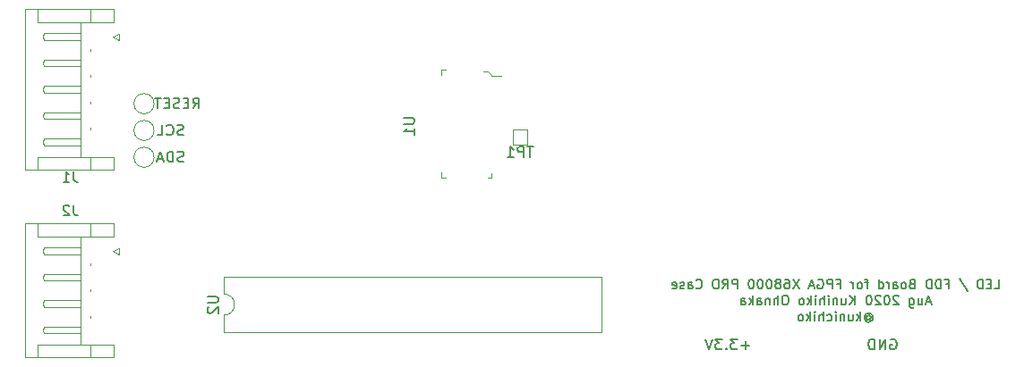
<source format=gbo>
G04 #@! TF.GenerationSoftware,KiCad,Pcbnew,(5.1.5-0-10_14)*
G04 #@! TF.CreationDate,2020-08-25T00:06:45+09:00*
G04 #@! TF.ProjectId,FPGA-X68k-ProCaseLED,46504741-2d58-4363-986b-2d50726f4361,rev?*
G04 #@! TF.SameCoordinates,Original*
G04 #@! TF.FileFunction,Legend,Bot*
G04 #@! TF.FilePolarity,Positive*
%FSLAX46Y46*%
G04 Gerber Fmt 4.6, Leading zero omitted, Abs format (unit mm)*
G04 Created by KiCad (PCBNEW (5.1.5-0-10_14)) date 2020-08-25 00:06:45*
%MOMM*%
%LPD*%
G04 APERTURE LIST*
%ADD10C,0.203200*%
%ADD11C,0.120000*%
%ADD12C,0.100000*%
%ADD13C,0.150000*%
G04 APERTURE END LIST*
D10*
X142007166Y-117865466D02*
X142430500Y-117865466D01*
X142430500Y-116976466D01*
X141710833Y-117399800D02*
X141414500Y-117399800D01*
X141287500Y-117865466D02*
X141710833Y-117865466D01*
X141710833Y-116976466D01*
X141287500Y-116976466D01*
X140906500Y-117865466D02*
X140906500Y-116976466D01*
X140694833Y-116976466D01*
X140567833Y-117018800D01*
X140483166Y-117103466D01*
X140440833Y-117188133D01*
X140398500Y-117357466D01*
X140398500Y-117484466D01*
X140440833Y-117653800D01*
X140483166Y-117738466D01*
X140567833Y-117823133D01*
X140694833Y-117865466D01*
X140906500Y-117865466D01*
X138705166Y-116934133D02*
X139467166Y-118077133D01*
X137435166Y-117399800D02*
X137731500Y-117399800D01*
X137731500Y-117865466D02*
X137731500Y-116976466D01*
X137308166Y-116976466D01*
X136969500Y-117865466D02*
X136969500Y-116976466D01*
X136757833Y-116976466D01*
X136630833Y-117018800D01*
X136546166Y-117103466D01*
X136503833Y-117188133D01*
X136461500Y-117357466D01*
X136461500Y-117484466D01*
X136503833Y-117653800D01*
X136546166Y-117738466D01*
X136630833Y-117823133D01*
X136757833Y-117865466D01*
X136969500Y-117865466D01*
X136080500Y-117865466D02*
X136080500Y-116976466D01*
X135868833Y-116976466D01*
X135741833Y-117018800D01*
X135657166Y-117103466D01*
X135614833Y-117188133D01*
X135572500Y-117357466D01*
X135572500Y-117484466D01*
X135614833Y-117653800D01*
X135657166Y-117738466D01*
X135741833Y-117823133D01*
X135868833Y-117865466D01*
X136080500Y-117865466D01*
X134217833Y-117399800D02*
X134090833Y-117442133D01*
X134048500Y-117484466D01*
X134006166Y-117569133D01*
X134006166Y-117696133D01*
X134048500Y-117780800D01*
X134090833Y-117823133D01*
X134175500Y-117865466D01*
X134514166Y-117865466D01*
X134514166Y-116976466D01*
X134217833Y-116976466D01*
X134133166Y-117018800D01*
X134090833Y-117061133D01*
X134048500Y-117145800D01*
X134048500Y-117230466D01*
X134090833Y-117315133D01*
X134133166Y-117357466D01*
X134217833Y-117399800D01*
X134514166Y-117399800D01*
X133498166Y-117865466D02*
X133582833Y-117823133D01*
X133625166Y-117780800D01*
X133667500Y-117696133D01*
X133667500Y-117442133D01*
X133625166Y-117357466D01*
X133582833Y-117315133D01*
X133498166Y-117272800D01*
X133371166Y-117272800D01*
X133286500Y-117315133D01*
X133244166Y-117357466D01*
X133201833Y-117442133D01*
X133201833Y-117696133D01*
X133244166Y-117780800D01*
X133286500Y-117823133D01*
X133371166Y-117865466D01*
X133498166Y-117865466D01*
X132439833Y-117865466D02*
X132439833Y-117399800D01*
X132482166Y-117315133D01*
X132566833Y-117272800D01*
X132736166Y-117272800D01*
X132820833Y-117315133D01*
X132439833Y-117823133D02*
X132524500Y-117865466D01*
X132736166Y-117865466D01*
X132820833Y-117823133D01*
X132863166Y-117738466D01*
X132863166Y-117653800D01*
X132820833Y-117569133D01*
X132736166Y-117526800D01*
X132524500Y-117526800D01*
X132439833Y-117484466D01*
X132016500Y-117865466D02*
X132016500Y-117272800D01*
X132016500Y-117442133D02*
X131974166Y-117357466D01*
X131931833Y-117315133D01*
X131847166Y-117272800D01*
X131762500Y-117272800D01*
X131085166Y-117865466D02*
X131085166Y-116976466D01*
X131085166Y-117823133D02*
X131169833Y-117865466D01*
X131339166Y-117865466D01*
X131423833Y-117823133D01*
X131466166Y-117780800D01*
X131508500Y-117696133D01*
X131508500Y-117442133D01*
X131466166Y-117357466D01*
X131423833Y-117315133D01*
X131339166Y-117272800D01*
X131169833Y-117272800D01*
X131085166Y-117315133D01*
X130111500Y-117272800D02*
X129772833Y-117272800D01*
X129984500Y-117865466D02*
X129984500Y-117103466D01*
X129942166Y-117018800D01*
X129857500Y-116976466D01*
X129772833Y-116976466D01*
X129349500Y-117865466D02*
X129434166Y-117823133D01*
X129476500Y-117780800D01*
X129518833Y-117696133D01*
X129518833Y-117442133D01*
X129476500Y-117357466D01*
X129434166Y-117315133D01*
X129349500Y-117272800D01*
X129222500Y-117272800D01*
X129137833Y-117315133D01*
X129095500Y-117357466D01*
X129053166Y-117442133D01*
X129053166Y-117696133D01*
X129095500Y-117780800D01*
X129137833Y-117823133D01*
X129222500Y-117865466D01*
X129349500Y-117865466D01*
X128672166Y-117865466D02*
X128672166Y-117272800D01*
X128672166Y-117442133D02*
X128629833Y-117357466D01*
X128587500Y-117315133D01*
X128502833Y-117272800D01*
X128418166Y-117272800D01*
X127148166Y-117399800D02*
X127444500Y-117399800D01*
X127444500Y-117865466D02*
X127444500Y-116976466D01*
X127021166Y-116976466D01*
X126682500Y-117865466D02*
X126682500Y-116976466D01*
X126343833Y-116976466D01*
X126259166Y-117018800D01*
X126216833Y-117061133D01*
X126174500Y-117145800D01*
X126174500Y-117272800D01*
X126216833Y-117357466D01*
X126259166Y-117399800D01*
X126343833Y-117442133D01*
X126682500Y-117442133D01*
X125327833Y-117018800D02*
X125412500Y-116976466D01*
X125539500Y-116976466D01*
X125666500Y-117018800D01*
X125751166Y-117103466D01*
X125793500Y-117188133D01*
X125835833Y-117357466D01*
X125835833Y-117484466D01*
X125793500Y-117653800D01*
X125751166Y-117738466D01*
X125666500Y-117823133D01*
X125539500Y-117865466D01*
X125454833Y-117865466D01*
X125327833Y-117823133D01*
X125285500Y-117780800D01*
X125285500Y-117484466D01*
X125454833Y-117484466D01*
X124946833Y-117611466D02*
X124523500Y-117611466D01*
X125031500Y-117865466D02*
X124735166Y-116976466D01*
X124438833Y-117865466D01*
X123549833Y-116976466D02*
X122957166Y-117865466D01*
X122957166Y-116976466D02*
X123549833Y-117865466D01*
X122237500Y-116976466D02*
X122406833Y-116976466D01*
X122491500Y-117018800D01*
X122533833Y-117061133D01*
X122618500Y-117188133D01*
X122660833Y-117357466D01*
X122660833Y-117696133D01*
X122618500Y-117780800D01*
X122576166Y-117823133D01*
X122491500Y-117865466D01*
X122322166Y-117865466D01*
X122237500Y-117823133D01*
X122195166Y-117780800D01*
X122152833Y-117696133D01*
X122152833Y-117484466D01*
X122195166Y-117399800D01*
X122237500Y-117357466D01*
X122322166Y-117315133D01*
X122491500Y-117315133D01*
X122576166Y-117357466D01*
X122618500Y-117399800D01*
X122660833Y-117484466D01*
X121644833Y-117357466D02*
X121729500Y-117315133D01*
X121771833Y-117272800D01*
X121814166Y-117188133D01*
X121814166Y-117145800D01*
X121771833Y-117061133D01*
X121729500Y-117018800D01*
X121644833Y-116976466D01*
X121475500Y-116976466D01*
X121390833Y-117018800D01*
X121348500Y-117061133D01*
X121306166Y-117145800D01*
X121306166Y-117188133D01*
X121348500Y-117272800D01*
X121390833Y-117315133D01*
X121475500Y-117357466D01*
X121644833Y-117357466D01*
X121729500Y-117399800D01*
X121771833Y-117442133D01*
X121814166Y-117526800D01*
X121814166Y-117696133D01*
X121771833Y-117780800D01*
X121729500Y-117823133D01*
X121644833Y-117865466D01*
X121475500Y-117865466D01*
X121390833Y-117823133D01*
X121348500Y-117780800D01*
X121306166Y-117696133D01*
X121306166Y-117526800D01*
X121348500Y-117442133D01*
X121390833Y-117399800D01*
X121475500Y-117357466D01*
X120755833Y-116976466D02*
X120671166Y-116976466D01*
X120586500Y-117018800D01*
X120544166Y-117061133D01*
X120501833Y-117145800D01*
X120459500Y-117315133D01*
X120459500Y-117526800D01*
X120501833Y-117696133D01*
X120544166Y-117780800D01*
X120586500Y-117823133D01*
X120671166Y-117865466D01*
X120755833Y-117865466D01*
X120840500Y-117823133D01*
X120882833Y-117780800D01*
X120925166Y-117696133D01*
X120967500Y-117526800D01*
X120967500Y-117315133D01*
X120925166Y-117145800D01*
X120882833Y-117061133D01*
X120840500Y-117018800D01*
X120755833Y-116976466D01*
X119909166Y-116976466D02*
X119824500Y-116976466D01*
X119739833Y-117018800D01*
X119697500Y-117061133D01*
X119655166Y-117145800D01*
X119612833Y-117315133D01*
X119612833Y-117526800D01*
X119655166Y-117696133D01*
X119697500Y-117780800D01*
X119739833Y-117823133D01*
X119824500Y-117865466D01*
X119909166Y-117865466D01*
X119993833Y-117823133D01*
X120036166Y-117780800D01*
X120078500Y-117696133D01*
X120120833Y-117526800D01*
X120120833Y-117315133D01*
X120078500Y-117145800D01*
X120036166Y-117061133D01*
X119993833Y-117018800D01*
X119909166Y-116976466D01*
X119062500Y-116976466D02*
X118977833Y-116976466D01*
X118893166Y-117018800D01*
X118850833Y-117061133D01*
X118808500Y-117145800D01*
X118766166Y-117315133D01*
X118766166Y-117526800D01*
X118808500Y-117696133D01*
X118850833Y-117780800D01*
X118893166Y-117823133D01*
X118977833Y-117865466D01*
X119062500Y-117865466D01*
X119147166Y-117823133D01*
X119189500Y-117780800D01*
X119231833Y-117696133D01*
X119274166Y-117526800D01*
X119274166Y-117315133D01*
X119231833Y-117145800D01*
X119189500Y-117061133D01*
X119147166Y-117018800D01*
X119062500Y-116976466D01*
X117707833Y-117865466D02*
X117707833Y-116976466D01*
X117369166Y-116976466D01*
X117284500Y-117018800D01*
X117242166Y-117061133D01*
X117199833Y-117145800D01*
X117199833Y-117272800D01*
X117242166Y-117357466D01*
X117284500Y-117399800D01*
X117369166Y-117442133D01*
X117707833Y-117442133D01*
X116310833Y-117865466D02*
X116607166Y-117442133D01*
X116818833Y-117865466D02*
X116818833Y-116976466D01*
X116480166Y-116976466D01*
X116395500Y-117018800D01*
X116353166Y-117061133D01*
X116310833Y-117145800D01*
X116310833Y-117272800D01*
X116353166Y-117357466D01*
X116395500Y-117399800D01*
X116480166Y-117442133D01*
X116818833Y-117442133D01*
X115760500Y-116976466D02*
X115591166Y-116976466D01*
X115506500Y-117018800D01*
X115421833Y-117103466D01*
X115379500Y-117272800D01*
X115379500Y-117569133D01*
X115421833Y-117738466D01*
X115506500Y-117823133D01*
X115591166Y-117865466D01*
X115760500Y-117865466D01*
X115845166Y-117823133D01*
X115929833Y-117738466D01*
X115972166Y-117569133D01*
X115972166Y-117272800D01*
X115929833Y-117103466D01*
X115845166Y-117018800D01*
X115760500Y-116976466D01*
X113813166Y-117780800D02*
X113855500Y-117823133D01*
X113982500Y-117865466D01*
X114067166Y-117865466D01*
X114194166Y-117823133D01*
X114278833Y-117738466D01*
X114321166Y-117653800D01*
X114363500Y-117484466D01*
X114363500Y-117357466D01*
X114321166Y-117188133D01*
X114278833Y-117103466D01*
X114194166Y-117018800D01*
X114067166Y-116976466D01*
X113982500Y-116976466D01*
X113855500Y-117018800D01*
X113813166Y-117061133D01*
X113051166Y-117865466D02*
X113051166Y-117399800D01*
X113093500Y-117315133D01*
X113178166Y-117272800D01*
X113347500Y-117272800D01*
X113432166Y-117315133D01*
X113051166Y-117823133D02*
X113135833Y-117865466D01*
X113347500Y-117865466D01*
X113432166Y-117823133D01*
X113474500Y-117738466D01*
X113474500Y-117653800D01*
X113432166Y-117569133D01*
X113347500Y-117526800D01*
X113135833Y-117526800D01*
X113051166Y-117484466D01*
X112670166Y-117823133D02*
X112585500Y-117865466D01*
X112416166Y-117865466D01*
X112331500Y-117823133D01*
X112289166Y-117738466D01*
X112289166Y-117696133D01*
X112331500Y-117611466D01*
X112416166Y-117569133D01*
X112543166Y-117569133D01*
X112627833Y-117526800D01*
X112670166Y-117442133D01*
X112670166Y-117399800D01*
X112627833Y-117315133D01*
X112543166Y-117272800D01*
X112416166Y-117272800D01*
X112331500Y-117315133D01*
X111569500Y-117823133D02*
X111654166Y-117865466D01*
X111823500Y-117865466D01*
X111908166Y-117823133D01*
X111950500Y-117738466D01*
X111950500Y-117399800D01*
X111908166Y-117315133D01*
X111823500Y-117272800D01*
X111654166Y-117272800D01*
X111569500Y-117315133D01*
X111527166Y-117399800D01*
X111527166Y-117484466D01*
X111950500Y-117569133D01*
X135995833Y-119148166D02*
X135572500Y-119148166D01*
X136080500Y-119402166D02*
X135784166Y-118513166D01*
X135487833Y-119402166D01*
X134810500Y-118809500D02*
X134810500Y-119402166D01*
X135191500Y-118809500D02*
X135191500Y-119275166D01*
X135149166Y-119359833D01*
X135064500Y-119402166D01*
X134937500Y-119402166D01*
X134852833Y-119359833D01*
X134810500Y-119317500D01*
X134006166Y-118809500D02*
X134006166Y-119529166D01*
X134048500Y-119613833D01*
X134090833Y-119656166D01*
X134175500Y-119698500D01*
X134302500Y-119698500D01*
X134387166Y-119656166D01*
X134006166Y-119359833D02*
X134090833Y-119402166D01*
X134260166Y-119402166D01*
X134344833Y-119359833D01*
X134387166Y-119317500D01*
X134429500Y-119232833D01*
X134429500Y-118978833D01*
X134387166Y-118894166D01*
X134344833Y-118851833D01*
X134260166Y-118809500D01*
X134090833Y-118809500D01*
X134006166Y-118851833D01*
X132947833Y-118597833D02*
X132905500Y-118555500D01*
X132820833Y-118513166D01*
X132609166Y-118513166D01*
X132524500Y-118555500D01*
X132482166Y-118597833D01*
X132439833Y-118682500D01*
X132439833Y-118767166D01*
X132482166Y-118894166D01*
X132990166Y-119402166D01*
X132439833Y-119402166D01*
X131889500Y-118513166D02*
X131804833Y-118513166D01*
X131720166Y-118555500D01*
X131677833Y-118597833D01*
X131635500Y-118682500D01*
X131593166Y-118851833D01*
X131593166Y-119063500D01*
X131635500Y-119232833D01*
X131677833Y-119317500D01*
X131720166Y-119359833D01*
X131804833Y-119402166D01*
X131889500Y-119402166D01*
X131974166Y-119359833D01*
X132016500Y-119317500D01*
X132058833Y-119232833D01*
X132101166Y-119063500D01*
X132101166Y-118851833D01*
X132058833Y-118682500D01*
X132016500Y-118597833D01*
X131974166Y-118555500D01*
X131889500Y-118513166D01*
X131254500Y-118597833D02*
X131212166Y-118555500D01*
X131127500Y-118513166D01*
X130915833Y-118513166D01*
X130831166Y-118555500D01*
X130788833Y-118597833D01*
X130746500Y-118682500D01*
X130746500Y-118767166D01*
X130788833Y-118894166D01*
X131296833Y-119402166D01*
X130746500Y-119402166D01*
X130196166Y-118513166D02*
X130111500Y-118513166D01*
X130026833Y-118555500D01*
X129984500Y-118597833D01*
X129942166Y-118682500D01*
X129899833Y-118851833D01*
X129899833Y-119063500D01*
X129942166Y-119232833D01*
X129984500Y-119317500D01*
X130026833Y-119359833D01*
X130111500Y-119402166D01*
X130196166Y-119402166D01*
X130280833Y-119359833D01*
X130323166Y-119317500D01*
X130365500Y-119232833D01*
X130407833Y-119063500D01*
X130407833Y-118851833D01*
X130365500Y-118682500D01*
X130323166Y-118597833D01*
X130280833Y-118555500D01*
X130196166Y-118513166D01*
X128841500Y-119402166D02*
X128841500Y-118513166D01*
X128333500Y-119402166D02*
X128714500Y-118894166D01*
X128333500Y-118513166D02*
X128841500Y-119021166D01*
X127571500Y-118809500D02*
X127571500Y-119402166D01*
X127952500Y-118809500D02*
X127952500Y-119275166D01*
X127910166Y-119359833D01*
X127825500Y-119402166D01*
X127698500Y-119402166D01*
X127613833Y-119359833D01*
X127571500Y-119317500D01*
X127148166Y-118809500D02*
X127148166Y-119402166D01*
X127148166Y-118894166D02*
X127105833Y-118851833D01*
X127021166Y-118809500D01*
X126894166Y-118809500D01*
X126809500Y-118851833D01*
X126767166Y-118936500D01*
X126767166Y-119402166D01*
X126343833Y-119402166D02*
X126343833Y-118809500D01*
X126343833Y-118513166D02*
X126386166Y-118555500D01*
X126343833Y-118597833D01*
X126301500Y-118555500D01*
X126343833Y-118513166D01*
X126343833Y-118597833D01*
X125920500Y-119402166D02*
X125920500Y-118513166D01*
X125539500Y-119402166D02*
X125539500Y-118936500D01*
X125581833Y-118851833D01*
X125666500Y-118809500D01*
X125793500Y-118809500D01*
X125878166Y-118851833D01*
X125920500Y-118894166D01*
X125116166Y-119402166D02*
X125116166Y-118809500D01*
X125116166Y-118513166D02*
X125158500Y-118555500D01*
X125116166Y-118597833D01*
X125073833Y-118555500D01*
X125116166Y-118513166D01*
X125116166Y-118597833D01*
X124692833Y-119402166D02*
X124692833Y-118513166D01*
X124608166Y-119063500D02*
X124354166Y-119402166D01*
X124354166Y-118809500D02*
X124692833Y-119148166D01*
X123846166Y-119402166D02*
X123930833Y-119359833D01*
X123973166Y-119317500D01*
X124015500Y-119232833D01*
X124015500Y-118978833D01*
X123973166Y-118894166D01*
X123930833Y-118851833D01*
X123846166Y-118809500D01*
X123719166Y-118809500D01*
X123634500Y-118851833D01*
X123592166Y-118894166D01*
X123549833Y-118978833D01*
X123549833Y-119232833D01*
X123592166Y-119317500D01*
X123634500Y-119359833D01*
X123719166Y-119402166D01*
X123846166Y-119402166D01*
X122322166Y-118513166D02*
X122152833Y-118513166D01*
X122068166Y-118555500D01*
X121983500Y-118640166D01*
X121941166Y-118809500D01*
X121941166Y-119105833D01*
X121983500Y-119275166D01*
X122068166Y-119359833D01*
X122152833Y-119402166D01*
X122322166Y-119402166D01*
X122406833Y-119359833D01*
X122491500Y-119275166D01*
X122533833Y-119105833D01*
X122533833Y-118809500D01*
X122491500Y-118640166D01*
X122406833Y-118555500D01*
X122322166Y-118513166D01*
X121560166Y-119402166D02*
X121560166Y-118513166D01*
X121179166Y-119402166D02*
X121179166Y-118936500D01*
X121221500Y-118851833D01*
X121306166Y-118809500D01*
X121433166Y-118809500D01*
X121517833Y-118851833D01*
X121560166Y-118894166D01*
X120755833Y-118809500D02*
X120755833Y-119402166D01*
X120755833Y-118894166D02*
X120713500Y-118851833D01*
X120628833Y-118809500D01*
X120501833Y-118809500D01*
X120417166Y-118851833D01*
X120374833Y-118936500D01*
X120374833Y-119402166D01*
X119570500Y-119402166D02*
X119570500Y-118936500D01*
X119612833Y-118851833D01*
X119697500Y-118809500D01*
X119866833Y-118809500D01*
X119951500Y-118851833D01*
X119570500Y-119359833D02*
X119655166Y-119402166D01*
X119866833Y-119402166D01*
X119951500Y-119359833D01*
X119993833Y-119275166D01*
X119993833Y-119190500D01*
X119951500Y-119105833D01*
X119866833Y-119063500D01*
X119655166Y-119063500D01*
X119570500Y-119021166D01*
X119147166Y-119402166D02*
X119147166Y-118513166D01*
X119062500Y-119063500D02*
X118808500Y-119402166D01*
X118808500Y-118809500D02*
X119147166Y-119148166D01*
X118046500Y-119402166D02*
X118046500Y-118936500D01*
X118088833Y-118851833D01*
X118173500Y-118809500D01*
X118342833Y-118809500D01*
X118427500Y-118851833D01*
X118046500Y-119359833D02*
X118131166Y-119402166D01*
X118342833Y-119402166D01*
X118427500Y-119359833D01*
X118469833Y-119275166D01*
X118469833Y-119190500D01*
X118427500Y-119105833D01*
X118342833Y-119063500D01*
X118131166Y-119063500D01*
X118046500Y-119021166D01*
X129942166Y-120515533D02*
X129984500Y-120473200D01*
X130069166Y-120430866D01*
X130153833Y-120430866D01*
X130238500Y-120473200D01*
X130280833Y-120515533D01*
X130323166Y-120600200D01*
X130323166Y-120684866D01*
X130280833Y-120769533D01*
X130238500Y-120811866D01*
X130153833Y-120854200D01*
X130069166Y-120854200D01*
X129984500Y-120811866D01*
X129942166Y-120769533D01*
X129942166Y-120430866D02*
X129942166Y-120769533D01*
X129899833Y-120811866D01*
X129857500Y-120811866D01*
X129772833Y-120769533D01*
X129730500Y-120684866D01*
X129730500Y-120473200D01*
X129815166Y-120346200D01*
X129942166Y-120261533D01*
X130111500Y-120219200D01*
X130280833Y-120261533D01*
X130407833Y-120346200D01*
X130492500Y-120473200D01*
X130534833Y-120642533D01*
X130492500Y-120811866D01*
X130407833Y-120938866D01*
X130280833Y-121023533D01*
X130111500Y-121065866D01*
X129942166Y-121023533D01*
X129815166Y-120938866D01*
X129349500Y-120938866D02*
X129349500Y-120049866D01*
X129264833Y-120600200D02*
X129010833Y-120938866D01*
X129010833Y-120346200D02*
X129349500Y-120684866D01*
X128248833Y-120346200D02*
X128248833Y-120938866D01*
X128629833Y-120346200D02*
X128629833Y-120811866D01*
X128587500Y-120896533D01*
X128502833Y-120938866D01*
X128375833Y-120938866D01*
X128291166Y-120896533D01*
X128248833Y-120854200D01*
X127825500Y-120346200D02*
X127825500Y-120938866D01*
X127825500Y-120430866D02*
X127783166Y-120388533D01*
X127698500Y-120346200D01*
X127571500Y-120346200D01*
X127486833Y-120388533D01*
X127444500Y-120473200D01*
X127444500Y-120938866D01*
X127021166Y-120938866D02*
X127021166Y-120346200D01*
X127021166Y-120049866D02*
X127063500Y-120092200D01*
X127021166Y-120134533D01*
X126978833Y-120092200D01*
X127021166Y-120049866D01*
X127021166Y-120134533D01*
X126216833Y-120896533D02*
X126301500Y-120938866D01*
X126470833Y-120938866D01*
X126555500Y-120896533D01*
X126597833Y-120854200D01*
X126640166Y-120769533D01*
X126640166Y-120515533D01*
X126597833Y-120430866D01*
X126555500Y-120388533D01*
X126470833Y-120346200D01*
X126301500Y-120346200D01*
X126216833Y-120388533D01*
X125835833Y-120938866D02*
X125835833Y-120049866D01*
X125454833Y-120938866D02*
X125454833Y-120473200D01*
X125497166Y-120388533D01*
X125581833Y-120346200D01*
X125708833Y-120346200D01*
X125793500Y-120388533D01*
X125835833Y-120430866D01*
X125031500Y-120938866D02*
X125031500Y-120346200D01*
X125031500Y-120049866D02*
X125073833Y-120092200D01*
X125031500Y-120134533D01*
X124989166Y-120092200D01*
X125031500Y-120049866D01*
X125031500Y-120134533D01*
X124608166Y-120938866D02*
X124608166Y-120049866D01*
X124523500Y-120600200D02*
X124269500Y-120938866D01*
X124269500Y-120346200D02*
X124608166Y-120684866D01*
X123761500Y-120938866D02*
X123846166Y-120896533D01*
X123888500Y-120854200D01*
X123930833Y-120769533D01*
X123930833Y-120515533D01*
X123888500Y-120430866D01*
X123846166Y-120388533D01*
X123761500Y-120346200D01*
X123634500Y-120346200D01*
X123549833Y-120388533D01*
X123507500Y-120430866D01*
X123465166Y-120515533D01*
X123465166Y-120769533D01*
X123507500Y-120854200D01*
X123549833Y-120896533D01*
X123634500Y-120938866D01*
X123761500Y-120938866D01*
D11*
X59250000Y-114600000D02*
X58650000Y-114300000D01*
X59250000Y-114000000D02*
X59250000Y-114600000D01*
X58650000Y-114300000D02*
X59250000Y-114000000D01*
X55560000Y-122120000D02*
X55560000Y-121800000D01*
X52140000Y-122120000D02*
X55560000Y-122120000D01*
X52060000Y-121800000D02*
X52140000Y-122120000D01*
X52140000Y-121480000D02*
X52060000Y-121800000D01*
X55560000Y-121480000D02*
X52140000Y-121480000D01*
X55560000Y-121800000D02*
X55560000Y-121480000D01*
X56560000Y-120470000D02*
X56560000Y-120630000D01*
X55560000Y-119620000D02*
X55560000Y-119300000D01*
X52140000Y-119620000D02*
X55560000Y-119620000D01*
X52060000Y-119300000D02*
X52140000Y-119620000D01*
X52140000Y-118980000D02*
X52060000Y-119300000D01*
X55560000Y-118980000D02*
X52140000Y-118980000D01*
X55560000Y-119300000D02*
X55560000Y-118980000D01*
X56560000Y-117970000D02*
X56560000Y-118130000D01*
X55560000Y-117120000D02*
X55560000Y-116800000D01*
X52140000Y-117120000D02*
X55560000Y-117120000D01*
X52060000Y-116800000D02*
X52140000Y-117120000D01*
X52140000Y-116480000D02*
X52060000Y-116800000D01*
X55560000Y-116480000D02*
X52140000Y-116480000D01*
X55560000Y-116800000D02*
X55560000Y-116480000D01*
X56560000Y-115470000D02*
X56560000Y-115630000D01*
X55560000Y-114620000D02*
X55560000Y-114300000D01*
X52140000Y-114620000D02*
X55560000Y-114620000D01*
X52060000Y-114300000D02*
X52140000Y-114620000D01*
X52140000Y-113980000D02*
X52060000Y-114300000D01*
X55560000Y-113980000D02*
X52140000Y-113980000D01*
X55560000Y-114300000D02*
X55560000Y-113980000D01*
X55560000Y-112910000D02*
X55560000Y-123190000D01*
X56560000Y-123190000D02*
X56560000Y-124410000D01*
X51560000Y-123190000D02*
X56560000Y-123190000D01*
X51560000Y-124410000D02*
X51560000Y-123190000D01*
X56560000Y-112910000D02*
X56560000Y-111690000D01*
X51560000Y-112910000D02*
X56560000Y-112910000D01*
X51560000Y-111690000D02*
X51560000Y-112910000D01*
X58760000Y-123190000D02*
X56560000Y-123190000D01*
X58760000Y-124410000D02*
X58760000Y-123190000D01*
X50340000Y-124410000D02*
X58760000Y-124410000D01*
X50340000Y-111690000D02*
X50340000Y-124410000D01*
X58760000Y-111690000D02*
X50340000Y-111690000D01*
X58760000Y-112910000D02*
X58760000Y-111690000D01*
X56560000Y-112910000D02*
X58760000Y-112910000D01*
X96455000Y-102805000D02*
X96455000Y-104205000D01*
X97855000Y-102805000D02*
X96455000Y-102805000D01*
X97855000Y-104205000D02*
X97855000Y-102805000D01*
X96455000Y-104205000D02*
X97855000Y-104205000D01*
D12*
X89675000Y-107335000D02*
X90175000Y-107335000D01*
X89675000Y-106835000D02*
X89675000Y-107335000D01*
X89675000Y-97135000D02*
X90175000Y-97135000D01*
X89675000Y-97635000D02*
X89675000Y-97135000D01*
X94475000Y-97735000D02*
X95375000Y-97735000D01*
X94475000Y-97635000D02*
X94475000Y-97735000D01*
X94075000Y-97235000D02*
X94475000Y-97635000D01*
X93675000Y-97235000D02*
X94075000Y-97235000D01*
X94475000Y-107335000D02*
X94475000Y-106935000D01*
X94075000Y-107335000D02*
X94475000Y-107335000D01*
D11*
X69155000Y-122030000D02*
X69155000Y-120380000D01*
X104835000Y-122030000D02*
X69155000Y-122030000D01*
X104835000Y-116730000D02*
X104835000Y-122030000D01*
X69155000Y-116730000D02*
X104835000Y-116730000D01*
X69155000Y-118380000D02*
X69155000Y-116730000D01*
X69155000Y-120380000D02*
G75*
G03X69155000Y-118380000I0J1000000D01*
G01*
X62545000Y-105410000D02*
G75*
G03X62545000Y-105410000I-950000J0D01*
G01*
X62545000Y-102870000D02*
G75*
G03X62545000Y-102870000I-950000J0D01*
G01*
X62545000Y-100330000D02*
G75*
G03X62545000Y-100330000I-950000J0D01*
G01*
X59250000Y-94280000D02*
X58650000Y-93980000D01*
X59250000Y-93680000D02*
X59250000Y-94280000D01*
X58650000Y-93980000D02*
X59250000Y-93680000D01*
X55560000Y-104300000D02*
X55560000Y-103980000D01*
X52140000Y-104300000D02*
X55560000Y-104300000D01*
X52060000Y-103980000D02*
X52140000Y-104300000D01*
X52140000Y-103660000D02*
X52060000Y-103980000D01*
X55560000Y-103660000D02*
X52140000Y-103660000D01*
X55560000Y-103980000D02*
X55560000Y-103660000D01*
X56560000Y-102650000D02*
X56560000Y-102810000D01*
X55560000Y-101800000D02*
X55560000Y-101480000D01*
X52140000Y-101800000D02*
X55560000Y-101800000D01*
X52060000Y-101480000D02*
X52140000Y-101800000D01*
X52140000Y-101160000D02*
X52060000Y-101480000D01*
X55560000Y-101160000D02*
X52140000Y-101160000D01*
X55560000Y-101480000D02*
X55560000Y-101160000D01*
X56560000Y-100150000D02*
X56560000Y-100310000D01*
X55560000Y-99300000D02*
X55560000Y-98980000D01*
X52140000Y-99300000D02*
X55560000Y-99300000D01*
X52060000Y-98980000D02*
X52140000Y-99300000D01*
X52140000Y-98660000D02*
X52060000Y-98980000D01*
X55560000Y-98660000D02*
X52140000Y-98660000D01*
X55560000Y-98980000D02*
X55560000Y-98660000D01*
X56560000Y-97650000D02*
X56560000Y-97810000D01*
X55560000Y-96800000D02*
X55560000Y-96480000D01*
X52140000Y-96800000D02*
X55560000Y-96800000D01*
X52060000Y-96480000D02*
X52140000Y-96800000D01*
X52140000Y-96160000D02*
X52060000Y-96480000D01*
X55560000Y-96160000D02*
X52140000Y-96160000D01*
X55560000Y-96480000D02*
X55560000Y-96160000D01*
X56560000Y-95150000D02*
X56560000Y-95310000D01*
X55560000Y-94300000D02*
X55560000Y-93980000D01*
X52140000Y-94300000D02*
X55560000Y-94300000D01*
X52060000Y-93980000D02*
X52140000Y-94300000D01*
X52140000Y-93660000D02*
X52060000Y-93980000D01*
X55560000Y-93660000D02*
X52140000Y-93660000D01*
X55560000Y-93980000D02*
X55560000Y-93660000D01*
X55560000Y-92590000D02*
X55560000Y-105370000D01*
X56560000Y-105370000D02*
X56560000Y-106590000D01*
X51560000Y-105370000D02*
X56560000Y-105370000D01*
X51560000Y-106590000D02*
X51560000Y-105370000D01*
X56560000Y-92590000D02*
X56560000Y-91370000D01*
X51560000Y-92590000D02*
X56560000Y-92590000D01*
X51560000Y-91370000D02*
X51560000Y-92590000D01*
X58760000Y-105370000D02*
X56560000Y-105370000D01*
X58760000Y-106590000D02*
X58760000Y-105370000D01*
X50340000Y-106590000D02*
X58760000Y-106590000D01*
X50340000Y-91370000D02*
X50340000Y-106590000D01*
X58760000Y-91370000D02*
X50340000Y-91370000D01*
X58760000Y-92590000D02*
X58760000Y-91370000D01*
X56560000Y-92590000D02*
X58760000Y-92590000D01*
D13*
X54943333Y-109942380D02*
X54943333Y-110656666D01*
X54990952Y-110799523D01*
X55086190Y-110894761D01*
X55229047Y-110942380D01*
X55324285Y-110942380D01*
X54514761Y-110037619D02*
X54467142Y-109990000D01*
X54371904Y-109942380D01*
X54133809Y-109942380D01*
X54038571Y-109990000D01*
X53990952Y-110037619D01*
X53943333Y-110132857D01*
X53943333Y-110228095D01*
X53990952Y-110370952D01*
X54562380Y-110942380D01*
X53943333Y-110942380D01*
X98416904Y-104405380D02*
X97845476Y-104405380D01*
X98131190Y-105405380D02*
X98131190Y-104405380D01*
X97512142Y-105405380D02*
X97512142Y-104405380D01*
X97131190Y-104405380D01*
X97035952Y-104453000D01*
X96988333Y-104500619D01*
X96940714Y-104595857D01*
X96940714Y-104738714D01*
X96988333Y-104833952D01*
X97035952Y-104881571D01*
X97131190Y-104929190D01*
X97512142Y-104929190D01*
X95988333Y-105405380D02*
X96559761Y-105405380D01*
X96274047Y-105405380D02*
X96274047Y-104405380D01*
X96369285Y-104548238D01*
X96464523Y-104643476D01*
X96559761Y-104691095D01*
X86157380Y-101673095D02*
X86966904Y-101673095D01*
X87062142Y-101720714D01*
X87109761Y-101768333D01*
X87157380Y-101863571D01*
X87157380Y-102054047D01*
X87109761Y-102149285D01*
X87062142Y-102196904D01*
X86966904Y-102244523D01*
X86157380Y-102244523D01*
X87157380Y-103244523D02*
X87157380Y-102673095D01*
X87157380Y-102958809D02*
X86157380Y-102958809D01*
X86300238Y-102863571D01*
X86395476Y-102768333D01*
X86443095Y-102673095D01*
X67607380Y-118618095D02*
X68416904Y-118618095D01*
X68512142Y-118665714D01*
X68559761Y-118713333D01*
X68607380Y-118808571D01*
X68607380Y-118999047D01*
X68559761Y-119094285D01*
X68512142Y-119141904D01*
X68416904Y-119189523D01*
X67607380Y-119189523D01*
X67702619Y-119618095D02*
X67655000Y-119665714D01*
X67607380Y-119760952D01*
X67607380Y-119999047D01*
X67655000Y-120094285D01*
X67702619Y-120141904D01*
X67797857Y-120189523D01*
X67893095Y-120189523D01*
X68035952Y-120141904D01*
X68607380Y-119570476D01*
X68607380Y-120189523D01*
X65349285Y-105814761D02*
X65206428Y-105862380D01*
X64968333Y-105862380D01*
X64873095Y-105814761D01*
X64825476Y-105767142D01*
X64777857Y-105671904D01*
X64777857Y-105576666D01*
X64825476Y-105481428D01*
X64873095Y-105433809D01*
X64968333Y-105386190D01*
X65158809Y-105338571D01*
X65254047Y-105290952D01*
X65301666Y-105243333D01*
X65349285Y-105148095D01*
X65349285Y-105052857D01*
X65301666Y-104957619D01*
X65254047Y-104910000D01*
X65158809Y-104862380D01*
X64920714Y-104862380D01*
X64777857Y-104910000D01*
X64349285Y-105862380D02*
X64349285Y-104862380D01*
X64111190Y-104862380D01*
X63968333Y-104910000D01*
X63873095Y-105005238D01*
X63825476Y-105100476D01*
X63777857Y-105290952D01*
X63777857Y-105433809D01*
X63825476Y-105624285D01*
X63873095Y-105719523D01*
X63968333Y-105814761D01*
X64111190Y-105862380D01*
X64349285Y-105862380D01*
X63396904Y-105576666D02*
X62920714Y-105576666D01*
X63492142Y-105862380D02*
X63158809Y-104862380D01*
X62825476Y-105862380D01*
X65325476Y-103274761D02*
X65182619Y-103322380D01*
X64944523Y-103322380D01*
X64849285Y-103274761D01*
X64801666Y-103227142D01*
X64754047Y-103131904D01*
X64754047Y-103036666D01*
X64801666Y-102941428D01*
X64849285Y-102893809D01*
X64944523Y-102846190D01*
X65135000Y-102798571D01*
X65230238Y-102750952D01*
X65277857Y-102703333D01*
X65325476Y-102608095D01*
X65325476Y-102512857D01*
X65277857Y-102417619D01*
X65230238Y-102370000D01*
X65135000Y-102322380D01*
X64896904Y-102322380D01*
X64754047Y-102370000D01*
X63754047Y-103227142D02*
X63801666Y-103274761D01*
X63944523Y-103322380D01*
X64039761Y-103322380D01*
X64182619Y-103274761D01*
X64277857Y-103179523D01*
X64325476Y-103084285D01*
X64373095Y-102893809D01*
X64373095Y-102750952D01*
X64325476Y-102560476D01*
X64277857Y-102465238D01*
X64182619Y-102370000D01*
X64039761Y-102322380D01*
X63944523Y-102322380D01*
X63801666Y-102370000D01*
X63754047Y-102417619D01*
X62849285Y-103322380D02*
X63325476Y-103322380D01*
X63325476Y-102322380D01*
X66222380Y-100782380D02*
X66555714Y-100306190D01*
X66793809Y-100782380D02*
X66793809Y-99782380D01*
X66412857Y-99782380D01*
X66317619Y-99830000D01*
X66270000Y-99877619D01*
X66222380Y-99972857D01*
X66222380Y-100115714D01*
X66270000Y-100210952D01*
X66317619Y-100258571D01*
X66412857Y-100306190D01*
X66793809Y-100306190D01*
X65793809Y-100258571D02*
X65460476Y-100258571D01*
X65317619Y-100782380D02*
X65793809Y-100782380D01*
X65793809Y-99782380D01*
X65317619Y-99782380D01*
X64936666Y-100734761D02*
X64793809Y-100782380D01*
X64555714Y-100782380D01*
X64460476Y-100734761D01*
X64412857Y-100687142D01*
X64365238Y-100591904D01*
X64365238Y-100496666D01*
X64412857Y-100401428D01*
X64460476Y-100353809D01*
X64555714Y-100306190D01*
X64746190Y-100258571D01*
X64841428Y-100210952D01*
X64889047Y-100163333D01*
X64936666Y-100068095D01*
X64936666Y-99972857D01*
X64889047Y-99877619D01*
X64841428Y-99830000D01*
X64746190Y-99782380D01*
X64508095Y-99782380D01*
X64365238Y-99830000D01*
X63936666Y-100258571D02*
X63603333Y-100258571D01*
X63460476Y-100782380D02*
X63936666Y-100782380D01*
X63936666Y-99782380D01*
X63460476Y-99782380D01*
X63174761Y-99782380D02*
X62603333Y-99782380D01*
X62889047Y-100782380D02*
X62889047Y-99782380D01*
X118840000Y-123261428D02*
X118078095Y-123261428D01*
X118459047Y-123642380D02*
X118459047Y-122880476D01*
X117697142Y-122642380D02*
X117078095Y-122642380D01*
X117411428Y-123023333D01*
X117268571Y-123023333D01*
X117173333Y-123070952D01*
X117125714Y-123118571D01*
X117078095Y-123213809D01*
X117078095Y-123451904D01*
X117125714Y-123547142D01*
X117173333Y-123594761D01*
X117268571Y-123642380D01*
X117554285Y-123642380D01*
X117649523Y-123594761D01*
X117697142Y-123547142D01*
X116649523Y-123547142D02*
X116601904Y-123594761D01*
X116649523Y-123642380D01*
X116697142Y-123594761D01*
X116649523Y-123547142D01*
X116649523Y-123642380D01*
X116268571Y-122642380D02*
X115649523Y-122642380D01*
X115982857Y-123023333D01*
X115840000Y-123023333D01*
X115744761Y-123070952D01*
X115697142Y-123118571D01*
X115649523Y-123213809D01*
X115649523Y-123451904D01*
X115697142Y-123547142D01*
X115744761Y-123594761D01*
X115840000Y-123642380D01*
X116125714Y-123642380D01*
X116220952Y-123594761D01*
X116268571Y-123547142D01*
X115363809Y-122642380D02*
X115030476Y-123642380D01*
X114697142Y-122642380D01*
X132206904Y-122690000D02*
X132302142Y-122642380D01*
X132445000Y-122642380D01*
X132587857Y-122690000D01*
X132683095Y-122785238D01*
X132730714Y-122880476D01*
X132778333Y-123070952D01*
X132778333Y-123213809D01*
X132730714Y-123404285D01*
X132683095Y-123499523D01*
X132587857Y-123594761D01*
X132445000Y-123642380D01*
X132349761Y-123642380D01*
X132206904Y-123594761D01*
X132159285Y-123547142D01*
X132159285Y-123213809D01*
X132349761Y-123213809D01*
X131730714Y-123642380D02*
X131730714Y-122642380D01*
X131159285Y-123642380D01*
X131159285Y-122642380D01*
X130683095Y-123642380D02*
X130683095Y-122642380D01*
X130445000Y-122642380D01*
X130302142Y-122690000D01*
X130206904Y-122785238D01*
X130159285Y-122880476D01*
X130111666Y-123070952D01*
X130111666Y-123213809D01*
X130159285Y-123404285D01*
X130206904Y-123499523D01*
X130302142Y-123594761D01*
X130445000Y-123642380D01*
X130683095Y-123642380D01*
X54943333Y-106767380D02*
X54943333Y-107481666D01*
X54990952Y-107624523D01*
X55086190Y-107719761D01*
X55229047Y-107767380D01*
X55324285Y-107767380D01*
X53943333Y-107767380D02*
X54514761Y-107767380D01*
X54229047Y-107767380D02*
X54229047Y-106767380D01*
X54324285Y-106910238D01*
X54419523Y-107005476D01*
X54514761Y-107053095D01*
M02*

</source>
